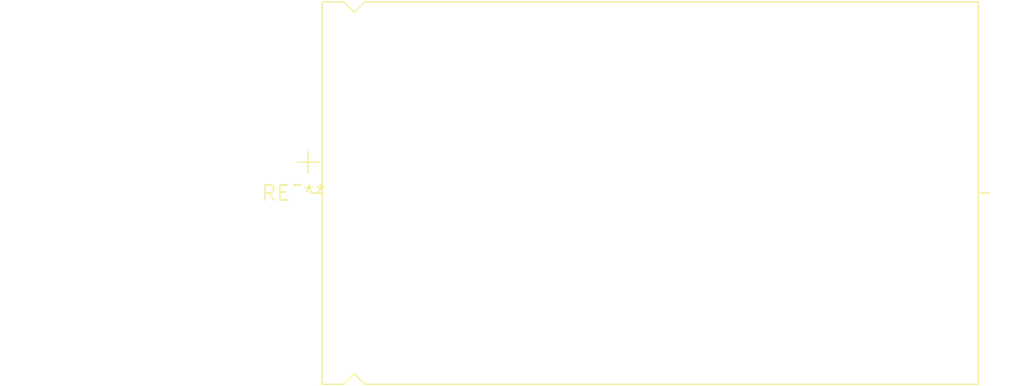
<source format=kicad_pcb>
(kicad_pcb (version 20240108) (generator pcbnew)
  (layers (0 "F.Cu" signal) (31 "B.Cu" signal) (34 "B.Paste" user) (35 "F.Paste" user) (36 "B.SilkS" user "B.Silkscreen") (37 "F.SilkS" user "F.Silkscreen") (38 "B.Mask" user) (39 "F.Mask" user) (44 "Edge.Cuts" user))
  (net 0 "")
  (footprint "CP_Axial_L55.0mm_D32.0mm_P60.00mm_Horizontal" (layer "F.Cu") (at 0 0)
    (property "Reference" "REF**")
    (property "Value" "CP_Axial_L55.0mm_D32.0mm_P60.00mm_Horizontal")
    (fp_line (start 0.28 -2.6) (end 2.08 -2.6) (layer "F.SilkS") (stroke (width 0.12)))
    (fp_line (start 1.18 -3.5) (end 1.18 -1.7) (layer "F.SilkS") (stroke (width 0.12)))
    (fp_line (start 1.44 0) (end 2.38 0) (layer "F.SilkS") (stroke (width 0.12)))
    (fp_line (start 2.38 -16.12) (end 2.38 16.12) (layer "F.SilkS") (stroke (width 0.12)))
    (fp_line (start 2.38 -16.12) (end 4.18 -16.12) (layer "F.SilkS") (stroke (width 0.12)))
    (fp_line (start 2.38 16.12) (end 4.18 16.12) (layer "F.SilkS") (stroke (width 0.12)))
    (fp_line (start 4.18 -16.12) (end 5.08 -15.22) (layer "F.SilkS") (stroke (width 0.12)))
    (fp_line (start 4.18 16.12) (end 5.08 15.22) (layer "F.SilkS") (stroke (width 0.12)))
    (fp_line (start 5.08 -15.22) (end 5.98 -16.12) (layer "F.SilkS") (stroke (width 0.12)))
    (fp_line (start 5.08 15.22) (end 5.98 16.12) (layer "F.SilkS") (stroke (width 0.12)))
    (fp_line (start 5.98 -16.12) (end 57.62 -16.12) (layer "F.SilkS") (stroke (width 0.12)))
    (fp_line (start 5.98 16.12) (end 57.62 16.12) (layer "F.SilkS") (stroke (width 0.12)))
    (fp_line (start 57.62 -16.12) (end 57.62 16.12) (layer "F.SilkS") (stroke (width 0.12)))
    (fp_line (start 58.56 0) (end 57.62 0) (layer "F.SilkS") (stroke (width 0.12)))
    (pad "1" thru_hole rect (at 0 0) (size 2.4 2.4) (drill 1.2) (layers *.Cu *.Mask) (remove_unused_layers))
    (pad "2" thru_hole oval (at 60 0) (size 2.4 2.4) (drill 1.2) (layers *.Cu *.Mask) (remove_unused_layers))
  )
)
</source>
